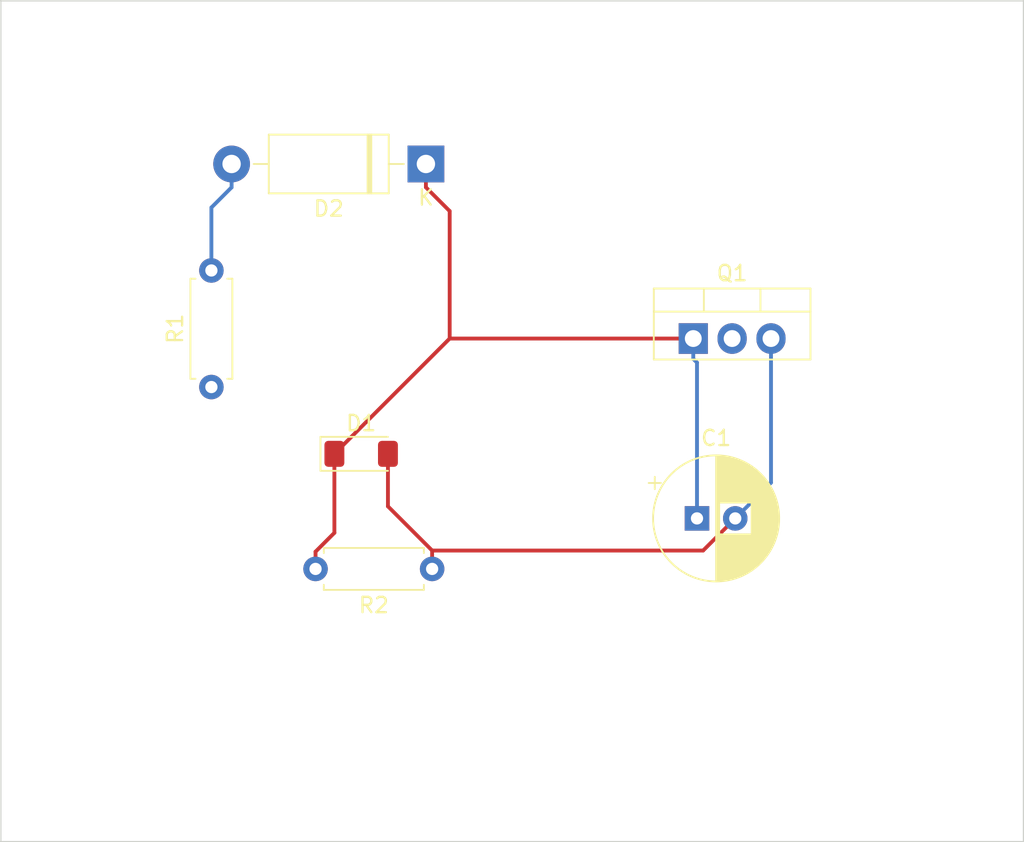
<source format=kicad_pcb>
(kicad_pcb (version 20231014) (generator "pcbnew") (generator_version "7.99")
  (layers (0 "F.Cu" signal) (31 "B.Cu" signal) (34 "B.Paste" user) (35 "F.Paste" user) (36 "B.SilkS" user "B.Silkscreen") (37 "F.SilkS" user "F.Silkscreen") (38 "B.Mask" user) (39 "F.Mask" user) (44 "Edge.Cuts" user))
  (net 0 "")
  (net 1 "-VDC")
  (net 2 "Net-(D1-K)")
  (net 3 "Net-(LA1--)")
  (net 4 "Net-(D2-A)")
  (net 5 "+VDC")
  (footprint "Resistor_THT:R_Axial_DIN0207_L6.3mm_D2.5mm_P7.62mm_Horizontal" (layer "F.Cu") (at 114.554 91.694 90)
    (property "Reference" "R1" (at 3.81 -2.37 -90) (layer "F.SilkS"))
    (property "Value" "10k")
    (fp_line (start 7.08 -1.37) (end 7.08 -1.04) (stroke (width 0.12)) (layer "F.SilkS"))
    (fp_line (start 0.54 -1.37) (end 7.08 -1.37) (stroke (width 0.12)) (layer "F.SilkS"))
    (fp_line (start 0.54 -1.04) (end 0.54 -1.37) (stroke (width 0.12)) (layer "F.SilkS"))
    (fp_line (start 0.54 1.04) (end 0.54 1.37) (stroke (width 0.12)) (layer "F.SilkS"))
    (fp_line (start 7.08 1.37) (end 7.08 1.04) (stroke (width 0.12)) (layer "F.SilkS"))
    (fp_line (start 0.54 1.37) (end 7.08 1.37) (stroke (width 0.12)) (layer "F.SilkS"))
    (pad "1" thru_hole circle (at 0 0 90) (size 1.6 1.6) (drill 0.8) (layers "*.Cu" "*.Mask") (net 5 "+VDC"))
    (pad "2" thru_hole oval (at 7.62 0 90) (size 1.6 1.6) (drill 0.8) (layers "*.Cu" "*.Mask") (net 4 "Net-(D2-A)"))
  )
  (footprint "Diode_SMD:D_MiniMELF" (layer "F.Cu") (at 124.3434 96.0594)
    (property "Reference" "D1" (at 0 -2 0) (layer "F.SilkS"))
    (property "Value" "ZMDxx")
    (fp_line (start -2.66 -1.11) (end -2.66 1.11) (stroke (width 0.12)) (layer "F.SilkS"))
    (fp_line (start -2.66 1.11) (end 1.75 1.11) (stroke (width 0.12)) (layer "F.SilkS"))
    (fp_line (start 1.75 -1.11) (end -2.66 -1.11) (stroke (width 0.12)) (layer "F.SilkS"))
    (pad "1" smd roundrect (at -1.75 0) (size 1.3 1.7) (layers "F.Cu" "F.Paste" "F.Mask") (roundrect_rratio 0.1923076923) (net 2 "Net-(D1-K)"))
    (pad "2" smd roundrect (at 1.75 0) (size 1.3 1.7) (layers "F.Cu" "F.Paste" "F.Mask") (roundrect_rratio 0.1923076923) (net 1 "-VDC"))
  )
  (footprint "Resistor_THT:R_Axial_DIN0207_L6.3mm_D2.5mm_P7.62mm_Horizontal" (layer "F.Cu") (at 128.9812 103.5812 180)
    (property "Reference" "R2" (at 3.81 -2.37 180) (layer "F.SilkS"))
    (property "Value" "100k")
    (fp_line (start 7.08 1.37) (end 7.08 1.04) (stroke (width 0.12)) (layer "F.SilkS"))
    (fp_line (start 7.08 -1.37) (end 7.08 -1.04) (stroke (width 0.12)) (layer "F.SilkS"))
    (fp_line (start 0.54 1.37) (end 7.08 1.37) (stroke (width 0.12)) (layer "F.SilkS"))
    (fp_line (start 0.54 1.04) (end 0.54 1.37) (stroke (width 0.12)) (layer "F.SilkS"))
    (fp_line (start 0.54 -1.04) (end 0.54 -1.37) (stroke (width 0.12)) (layer "F.SilkS"))
    (fp_line (start 0.54 -1.37) (end 7.08 -1.37) (stroke (width 0.12)) (layer "F.SilkS"))
    (pad "1" thru_hole circle (at 0 0 180) (size 1.6 1.6) (drill 0.8) (layers "*.Cu" "*.Mask") (net 1 "-VDC"))
    (pad "2" thru_hole oval (at 7.62 0 180) (size 1.6 1.6) (drill 0.8) (layers "*.Cu" "*.Mask") (net 2 "Net-(D1-K)"))
  )
  (footprint "Capacitor_THT:CP_Radial_D8.0mm_P2.50mm" (layer "F.Cu") (at 146.2932 100.2792)
    (property "Reference" "C1" (at 1.25 -5.25 0) (layer "F.SilkS"))
    (property "Value" "47uF")
    (fp_line (start -3.159698 -2.315) (end -2.359698 -2.315) (stroke (width 0.12)) (layer "F.SilkS"))
    (fp_line (start -2.759698 -2.715) (end -2.759698 -1.915) (stroke (width 0.12)) (layer "F.SilkS"))
    (fp_line (start 1.25 -4.08) (end 1.25 4.08) (stroke (width 0.12)) (layer "F.SilkS"))
    (fp_line (start 1.29 -4.08) (end 1.29 4.08) (stroke (width 0.12)) (layer "F.SilkS"))
    (fp_line (start 1.33 -4.08) (end 1.33 4.08) (stroke (width 0.12)) (layer "F.SilkS"))
    (fp_line (start 1.37 -4.079) (end 1.37 4.079) (stroke (width 0.12)) (layer "F.SilkS"))
    (fp_line (start 1.41 -4.077) (end 1.41 4.077) (stroke (width 0.12)) (layer "F.SilkS"))
    (fp_line (start 1.45 -4.076) (end 1.45 4.076) (stroke (width 0.12)) (layer "F.SilkS"))
    (fp_line (start 1.49 -4.074) (end 1.49 -1.04) (stroke (width 0.12)) (layer "F.SilkS"))
    (fp_line (start 1.49 1.04) (end 1.49 4.074) (stroke (width 0.12)) (layer "F.SilkS"))
    (fp_line (start 1.53 -4.071) (end 1.53 -1.04) (stroke (width 0.12)) (layer "F.SilkS"))
    (fp_line (start 1.53 1.04) (end 1.53 4.071) (stroke (width 0.12)) (layer "F.SilkS"))
    (fp_line (start 1.57 -4.068) (end 1.57 -1.04) (stroke (width 0.12)) (layer "F.SilkS"))
    (fp_line (start 1.57 1.04) (end 1.57 4.068) (stroke (width 0.12)) (layer "F.SilkS"))
    (fp_line (start 1.61 -4.065) (end 1.61 -1.04) (stroke (width 0.12)) (layer "F.SilkS"))
    (fp_line (start 1.61 1.04) (end 1.61 4.065) (stroke (width 0.12)) (layer "F.SilkS"))
    (fp_line (start 1.65 -4.061) (end 1.65 -1.04) (stroke (width 0.12)) (layer "F.SilkS"))
    (fp_line (start 1.65 1.04) (end 1.65 4.061) (stroke (width 0.12)) (layer "F.SilkS"))
    (fp_line (start 1.69 -4.057) (end 1.69 -1.04) (stroke (width 0.12)) (layer "F.SilkS"))
    (fp_line (start 1.69 1.04) (end 1.69 4.057) (stroke (width 0.12)) (layer "F.SilkS"))
    (fp_line (start 1.73 -4.052) (end 1.73 -1.04) (stroke (width 0.12)) (layer "F.SilkS"))
    (fp_line (start 1.73 1.04) (end 1.73 4.052) (stroke (width 0.12)) (layer "F.SilkS"))
    (fp_line (start 1.77 -4.048) (end 1.77 -1.04) (stroke (width 0.12)) (layer "F.SilkS"))
    (fp_line (start 1.77 1.04) (end 1.77 4.048) (stroke (width 0.12)) (layer "F.SilkS"))
    (fp_line (start 1.81 -4.042) (end 1.81 -1.04) (stroke (width 0.12)) (layer "F.SilkS"))
    (fp_line (start 1.81 1.04) (end 1.81 4.042) (stroke (width 0.12)) (layer "F.SilkS"))
    (fp_line (start 1.85 -4.037) (end 1.85 -1.04) (stroke (width 0.12)) (layer "F.SilkS"))
    (fp_line (start 1.85 1.04) (end 1.85 4.037) (stroke (width 0.12)) (layer "F.SilkS"))
    (fp_line (start 1.89 -4.03) (end 1.89 -1.04) (stroke (width 0.12)) (layer "F.SilkS"))
    (fp_line (start 1.89 1.04) (end 1.89 4.03) (stroke (width 0.12)) (layer "F.SilkS"))
    (fp_line (start 1.93 -4.024) (end 1.93 -1.04) (stroke (width 0.12)) (layer "F.SilkS"))
    (fp_line (start 1.93 1.04) (end 1.93 4.024) (stroke (width 0.12)) (layer "F.SilkS"))
    (fp_line (start 1.971 -4.017) (end 1.971 -1.04) (stroke (width 0.12)) (layer "F.SilkS"))
    (fp_line (start 1.971 1.04) (end 1.971 4.017) (stroke (width 0.12)) (layer "F.SilkS"))
    (fp_line (start 2.011 -4.01) (end 2.011 -1.04) (stroke (width 0.12)) (layer "F.SilkS"))
    (fp_line (start 2.011 1.04) (end 2.011 4.01) (stroke (width 0.12)) (layer "F.SilkS"))
    (fp_line (start 2.051 -4.002) (end 2.051 -1.04) (stroke (width 0.12)) (layer "F.SilkS"))
    (fp_line (start 2.051 1.04) (end 2.051 4.002) (stroke (width 0.12)) (layer "F.SilkS"))
    (fp_line (start 2.091 -3.994) (end 2.091 -1.04) (stroke (width 0.12)) (layer "F.SilkS"))
    (fp_line (start 2.091 1.04) (end 2.091 3.994) (stroke (width 0.12)) (layer "F.SilkS"))
    (fp_line (start 2.131 -3.985) (end 2.131 -1.04) (stroke (width 0.12)) (layer "F.SilkS"))
    (fp_line (start 2.131 1.04) (end 2.131 3.985) (stroke (width 0.12)) (layer "F.SilkS"))
    (fp_line (start 2.171 -3.976) (end 2.171 -1.04) (stroke (width 0.12)) (layer "F.SilkS"))
    (fp_line (start 2.171 1.04) (end 2.171 3.976) (stroke (width 0.12)) (layer "F.SilkS"))
    (fp_line (start 2.211 -3.967) (end 2.211 -1.04) (stroke (width 0.12)) (layer "F.SilkS"))
    (fp_line (start 2.211 1.04) (end 2.211 3.967) (stroke (width 0.12)) (layer "F.SilkS"))
    (fp_line (start 2.251 -3.957) (end 2.251 -1.04) (stroke (width 0.12)) (layer "F.SilkS"))
    (fp_line (start 2.251 1.04) (end 2.251 3.957) (stroke (width 0.12)) (layer "F.SilkS"))
    (fp_line (start 2.291 -3.947) (end 2.291 -1.04) (stroke (width 0.12)) (layer "F.SilkS"))
    (fp_line (start 2.291 1.04) (end 2.291 3.947) (stroke (width 0.12)) (layer "F.SilkS"))
    (fp_line (start 2.331 -3.936) (end 2.331 -1.04) (stroke (width 0.12)) (layer "F.SilkS"))
    (fp_line (start 2.331 1.04) (end 2.331 3.936) (stroke (width 0.12)) (layer "F.SilkS"))
    (fp_line (start 2.371 -3.925) (end 2.371 -1.04) (stroke (width 0.12)) (layer "F.SilkS"))
    (fp_line (start 2.371 1.04) (end 2.371 3.925) (stroke (width 0.12)) (layer "F.SilkS"))
    (fp_line (start 2.411 -3.914) (end 2.411 -1.04) (stroke (width 0.12)) (layer "F.SilkS"))
    (fp_line (start 2.411 1.04) (end 2.411 3.914) (stroke (width 0.12)) (layer "F.SilkS"))
    (fp_line (start 2.451 -3.902) (end 2.451 -1.04) (stroke (width 0.12)) (layer "F.SilkS"))
    (fp_line (start 2.451 1.04) (end 2.451 3.902) (stroke (width 0.12)) (layer "F.SilkS"))
    (fp_line (start 2.491 -3.889) (end 2.491 -1.04) (stroke (width 0.12)) (layer "F.SilkS"))
    (fp_line (start 2.491 1.04) (end 2.491 3.889) (stroke (width 0.12)) (layer "F.SilkS"))
    (fp_line (start 2.531 -3.877) (end 2.531 -1.04) (stroke (width 0.12)) (layer "F.SilkS"))
    (fp_line (start 2.531 1.04) (end 2.531 3.877) (stroke (width 0.12)) (layer "F.SilkS"))
    (fp_line (start 2.571 -3.863) (end 2.571 -1.04) (stroke (width 0.12)) (layer "F.SilkS"))
    (fp_line (start 2.571 1.04) (end 2.571 3.863) (stroke (width 0.12)) (layer "F.SilkS"))
    (fp_line (start 2.611 -3.85) (end 2.611 -1.04) (stroke (width 0.12)) (layer "F.SilkS"))
    (fp_line (start 2.611 1.04) (end 2.611 3.85) (stroke (width 0.12)) (layer "F.SilkS"))
    (fp_line (start 2.651 -3.835) (end 2.651 -1.04) (stroke (width 0.12)) (layer "F.SilkS"))
    (fp_line (start 2.651 1.04) (end 2.651 3.835) (stroke (width 0.12)) (layer "F.SilkS"))
    (fp_line (start 2.691 -3.821) (end 2.691 -1.04) (stroke (width 0.12)) (layer "F.SilkS"))
    (fp_line (start 2.691 1.04) (end 2.691 3.821) (stroke (width 0.12)) (layer "F.SilkS"))
    (fp_line (start 2.731 -3.805) (end 2.731 -1.04) (stroke (width 0.12)) (layer "F.SilkS"))
    (fp_line (start 2.731 1.04) (end 2.731 3.805) (stroke (width 0.12)) (layer "F.SilkS"))
    (fp_line (start 2.771 -3.79) (end 2.771 -1.04) (stroke (width 0.12)) (layer "F.SilkS"))
    (fp_line (start 2.771 1.04) (end 2.771 3.79) (stroke (width 0.12)) (layer "F.SilkS"))
    (fp_line (start 2.811 -3.774) (end 2.811 -1.04) (stroke (width 0.12)) (layer "F.SilkS"))
    (fp_line (start 2.811 1.04) (end 2.811 3.774) (stroke (width 0.12)) (layer "F.SilkS"))
    (fp_line (start 2.851 -3.757) (end 2.851 -1.04) (stroke (width 0.12)) (layer "F.SilkS"))
    (fp_line (start 2.851 1.04) (end 2.851 3.757) (stroke (width 0.12)) (layer "F.SilkS"))
    (fp_line (start 2.891 -3.74) (end 2.891 -1.04) (stroke (width 0.12)) (layer "F.SilkS"))
    (fp_line (start 2.891 1.04) (end 2.891 3.74) (stroke (width 0.12)) (layer "F.SilkS"))
    (fp_line (start 2.931 -3.722) (end 2.931 -1.04) (stroke (width 0.12)) (layer "F.SilkS"))
    (fp_line (start 2.931 1.04) (end 2.931 3.722) (stroke (width 0.12)) (layer "F.SilkS"))
    (fp_line (start 2.971 -3.704) (end 2.971 -1.04) (stroke (width 0.12)) (layer "F.SilkS"))
    (fp_line (start 2.971 1.04) (end 2.971 3.704) (stroke (width 0.12)) (layer "F.SilkS"))
    (fp_line (start 3.011 -3.686) (end 3.011 -1.04) (stroke (width 0.12)) (layer "F.SilkS"))
    (fp_line (start 3.011 1.04) (end 3.011 3.686) (stroke (width 0.12)) (layer "F.SilkS"))
    (fp_line (start 3.051 -3.666) (end 3.051 -1.04) (stroke (width 0.12)) (layer "F.SilkS"))
    (fp_line (start 3.051 1.04) (end 3.051 3.666) (stroke (width 0.12)) (layer "F.SilkS"))
    (fp_line (start 3.091 -3.647) (end 3.091 -1.04) (stroke (width 0.12)) (layer "F.SilkS"))
    (fp_line (start 3.091 1.04) (end 3.091 3.647) (stroke (width 0.12)) (layer "F.SilkS"))
    (fp_line (start 3.131 -3.627) (end 3.131 -1.04) (stroke (width 0.12)) (layer "F.SilkS"))
    (fp_line (start 3.131 1.04) (end 3.131 3.627) (stroke (width 0.12)) (layer "F.SilkS"))
    (fp_line (start 3.171 -3.606) (end 3.171 -1.04) (stroke (width 0.12)) (layer "F.SilkS"))
    (fp_line (start 3.171 1.04) (end 3.171 3.606) (stroke (width 0.12)) (layer "F.SilkS"))
    (fp_line (start 3.211 -3.584) (end 3.211 -1.04) (stroke (width 0.12)) (layer "F.SilkS"))
    (fp_line (start 3.211 1.04) (end 3.211 3.584) (stroke (width 0.12)) (layer "F.SilkS"))
    (fp_line (start 3.251 -3.562) (end 3.251 -1.04) (stroke (width 0.12)) (layer "F.SilkS"))
    (fp_line (start 3.251 1.04) (end 3.251 3.562) (stroke (width 0.12)) (layer "F.SilkS"))
    (fp_line (start 3.291 -3.54) (end 3.291 -1.04) (stroke (width 0.12)) (layer "F.SilkS"))
    (fp_line (start 3.291 1.04) (end 3.291 3.54) (stroke (width 0.12)) (layer "F.SilkS"))
    (fp_line (start 3.331 -3.517) (end 3.331 -1.04) (stroke (width 0.12)) (layer "F.SilkS"))
    (fp_line (start 3.331 1.04) (end 3.331 3.517) (stroke (width 0.12)) (layer "F.SilkS"))
    (fp_line (start 3.371 -3.493) (end 3.371 -1.04) (stroke (width 0.12)) (layer "F.SilkS"))
    (fp_line (start 3.371 1.04) (end 3.371 3.493) (stroke (width 0.12)) (layer "F.SilkS"))
    (fp_line (start 3.411 -3.469) (end 3.411 -1.04) (stroke (width 0.12)) (layer "F.SilkS"))
    (fp_line (start 3.411 1.04) (end 3.411 3.469) (stroke (width 0.12)) (layer "F.SilkS"))
    (fp_line (start 3.451 -3.444) (end 3.451 -1.04) (stroke (width 0.12)) (layer "F.SilkS"))
    (fp_line (start 3.451 1.04) (end 3.451 3.444) (stroke (width 0.12)) (layer "F.SilkS"))
    (fp_line (start 3.491 -3.418) (end 3.491 -1.04) (stroke (width 0.12)) (layer "F.SilkS"))
    (fp_line (start 3.491 1.04) (end 3.491 3.418) (stroke (width 0.12)) (layer "F.SilkS"))
    (fp_line (start 3.531 -3.392) (end 3.531 -1.04) (stroke (width 0.12)) (layer "F.SilkS"))
    (fp_line (start 3.531 1.04) (end 3.531 3.392) (stroke (width 0.12)) (layer "F.SilkS"))
    (fp_line (start 3.571 -3.365) (end 3.571 3.365) (stroke (width 0.12)) (layer "F.SilkS"))
    (fp_line (start 3.611 -3.338) (end 3.611 3.338) (stroke (width 0.12)) (layer "F.SilkS"))
    (fp_line (start 3.651 -3.309) (end 3.651 3.309) (stroke (width 0.12)) (layer "F.SilkS"))
    (fp_line (start 3.691 -3.28) (end 3.691 3.28) (stroke (width 0.12)) (layer "F.SilkS"))
    (fp_line (start 3.731 -3.25) (end 3.731 3.25) (stroke (width 0.12)) (layer "F.SilkS"))
    (fp_line (start 3.771 -3.22) (end 3.771 3.22) (stroke (width 0.12)) (layer "F.SilkS"))
    (fp_line (start 3.811 -3.189) (end 3.811 3.189) (stroke (width 0.12)) (layer "F.SilkS"))
    (fp_line (start 3.851 -3.156) (end 3.851 3.156) (stroke (width 0.12)) (layer "F.SilkS"))
    (fp_line (start 3.891 -3.124) (end 3.891 3.124) (stroke (width 0.12)) (layer "F.SilkS"))
    (fp_line (start 3.931 -3.09) (end 3.931 3.09) (stroke (width 0.12)) (layer "F.SilkS"))
    (fp_line (start 3.971 -3.055) (end 3.971 3.055) (stroke (width 0.12)) (layer "F.SilkS"))
    (fp_line (start 4.011 -3.019) (end 4.011 3.019) (stroke (width 0.12)) (layer "F.SilkS"))
    (fp_line (start 4.051 -2.983) (end 4.051 2.983) (stroke (width 0.12)) (layer "F.SilkS"))
    (fp_line (start 4.091 -2.945) (end 4.091 2.945) (stroke (width 0.12)) (layer "F.SilkS"))
    (fp_line (start 4.131 -2.907) (end 4.131 2.907) (stroke (width 0.12)) (layer "F.SilkS"))
    (fp_line (start 4.171 -2.867) (end 4.171 2.867) (stroke (width 0.12)) (layer "F.SilkS"))
    (fp_line (start 4.211 -2.826) (end 4.211 2.826) (stroke (width 0.12)) (layer "F.SilkS"))
    (fp_line (start 4.251 -2.784) (end 4.251 2.784) (stroke (width 0.12)) (layer "F.SilkS"))
    (fp_line (start 4.291 -2.741) (end 4.291 2.741) (stroke (width 0.12)) (layer "F.SilkS"))
    (fp_line (start 4.331 -2.697) (end 4.331 2.697) (stroke (width 0.12)) (layer "F.SilkS"))
    (fp_line (start 4.371 -2.651) (end 4.371 2.651) (stroke (width 0.12)) (layer "F.SilkS"))
    (fp_line (start 4.411 -2.604) (end 4.411 2.604) (stroke (width 0.12)) (layer "F.SilkS"))
    (fp_line (start 4.451 -2.556) (end 4.451 2.556) (stroke (width 0.12)) (layer "F.SilkS"))
    (fp_line (start 4.491 -2.505) (end 4.491 2.505) (stroke (width 0.12)) (layer "F.SilkS"))
    (fp_line (start 4.531 -2.454) (end 4.531 2.454) (stroke (width 0.12)) (layer "F.SilkS"))
    (fp_line (start 4.571 -2.4) (end 4.571 2.4) (stroke (width 0.12)) (layer "F.SilkS"))
    (fp_line (start 4.611 -2.345) (end 4.611 2.345) (stroke (width 0.12)) (layer "F.SilkS"))
    (fp_line (start 4.651 -2.287) (end 4.651 2.287) (stroke (width 0.12)) (layer "F.SilkS"))
    (fp_line (start 4.691 -2.228) (end 4.691 2.228) (stroke (width 0.12)) (layer "F.SilkS"))
    (fp_line (start 4.731 -2.166) (end 4.731 2.166) (stroke (width 0.12)) (layer "F.SilkS"))
    (fp_line (start 4.771 -2.102) (end 4.771 2.102) (stroke (width 0.12)) (layer "F.SilkS"))
    (fp_line (start 4.811 -2.034) (end 4.811 2.034) (stroke (width 0.12)) (layer "F.SilkS"))
    (fp_line (start 4.851 -1.964) (end 4.851 1.964) (stroke (width 0.12)) (layer "F.SilkS"))
    (fp_line (start 4.891 -1.89) (end 4.891 1.89) (stroke (width 0.12)) (layer "F.SilkS"))
    (fp_line (start 4.931 -1.813) (end 4.931 1.813) (stroke (width 0.12)) (layer "F.SilkS"))
    (fp_line (start 4.971 -1.731) (end 4.971 1.731) (stroke (width 0.12)) (layer "F.SilkS"))
    (fp_line (start 5.011 -1.645) (end 5.011 1.645) (stroke (width 0.12)) (layer "F.SilkS"))
    (fp_line (start 5.051 -1.552) (end 5.051 1.552) (stroke (width 0.12)) (layer "F.SilkS"))
    (fp_line (start 5.091 -1.453) (end 5.091 1.453) (stroke (width 0.12)) (layer "F.SilkS"))
    (fp_line (start 5.131 -1.346) (end 5.131 1.346) (stroke (width 0.12)) (layer "F.SilkS"))
    (fp_line (start 5.171 -1.229) (end 5.171 1.229) (stroke (width 0.12)) (layer "F.SilkS"))
    (fp_line (start 5.211 -1.098) (end 5.211 1.098) (stroke (width 0.12)) (layer "F.SilkS"))
    (fp_line (start 5.251 -0.948) (end 5.251 0.948) (stroke (width 0.12)) (layer "F.SilkS"))
    (fp_line (start 5.291 -0.768) (end 5.291 0.768) (stroke (width 0.12)) (layer "F.SilkS"))
    (fp_line (start 5.331 -0.533) (end 5.331 0.533) (stroke (width 0.12)) (layer "F.SilkS"))
    (fp_circle (center 1.25 0) (end 5.37 0) (stroke (width 0.12)) (fill none) (layer "F.SilkS"))
    (pad "1" thru_hole rect (at 0 0) (size 1.6 1.6) (drill 0.8) (layers "*.Cu" "*.Mask") (net 2 "Net-(D1-K)"))
    (pad "2" thru_hole circle (at 2.5 0) (size 1.6 1.6) (drill 0.8) (layers "*.Cu" "*.Mask") (net 1 "-VDC"))
  )
  (footprint "Diode_THT:D_DO-15_P12.70mm_Horizontal" (layer "F.Cu") (at 128.5748 77.1144 180)
    (property "Reference" "D2" (at 6.35 -2.92 180) (layer "F.SilkS"))
    (property "Value" "D")
    (fp_line (start 11.26 0) (end 10.27 0) (stroke (width 0.12)) (layer "F.SilkS"))
    (fp_line (start 10.27 1.92) (end 10.27 -1.92) (stroke (width 0.12)) (layer "F.SilkS"))
    (fp_line (start 10.27 -1.92) (end 2.43 -1.92) (stroke (width 0.12)) (layer "F.SilkS"))
    (fp_line (start 3.81 -1.92) (end 3.81 1.92) (stroke (width 0.12)) (layer "F.SilkS"))
    (fp_line (start 3.69 -1.92) (end 3.69 1.92) (stroke (width 0.12)) (layer "F.SilkS"))
    (fp_line (start 3.57 -1.92) (end 3.57 1.92) (stroke (width 0.12)) (layer "F.SilkS"))
    (fp_line (start 2.43 1.92) (end 10.27 1.92) (stroke (width 0.12)) (layer "F.SilkS"))
    (fp_line (start 2.43 -1.92) (end 2.43 1.92) (stroke (width 0.12)) (layer "F.SilkS"))
    (fp_line (start 1.44 0) (end 2.43 0) (stroke (width 0.12)) (layer "F.SilkS"))
    (fp_text user "K" (at 0 -2.2 180) (layer "F.SilkS"))
    (pad "1" thru_hole rect (at 0 0 180) (size 2.4 2.4) (drill 1.2) (layers "*.Cu" "*.Mask") (net 2 "Net-(D1-K)"))
    (pad "2" thru_hole oval (at 12.7 0 180) (size 2.4 2.4) (drill 1.2) (layers "*.Cu" "*.Mask") (net 4 "Net-(D2-A)"))
  )
  (footprint "Package_TO_SOT_THT:TO-220-3_Vertical" (layer "F.Cu") (at 146.05 88.5242)
    (property "Reference" "Q1" (at 2.54 -4.27 0) (layer "F.SilkS"))
    (property "Value" "IRF740")
    (fp_line (start -2.58 -3.27) (end -2.58 1.371) (stroke (width 0.12)) (layer "F.SilkS"))
    (fp_line (start -2.58 -3.27) (end 7.66 -3.27) (stroke (width 0.12)) (layer "F.SilkS"))
    (fp_line (start -2.58 -1.76) (end 7.66 -1.76) (stroke (width 0.12)) (layer "F.SilkS"))
    (fp_line (start -2.58 1.371) (end 7.66 1.371) (stroke (width 0.12)) (layer "F.SilkS"))
    (fp_line (start 0.69 -3.27) (end 0.69 -1.76) (stroke (width 0.12)) (layer "F.SilkS"))
    (fp_line (start 4.391 -3.27) (end 4.391 -1.76) (stroke (width 0.12)) (layer "F.SilkS"))
    (fp_line (start 7.66 -3.27) (end 7.66 1.371) (stroke (width 0.12)) (layer "F.SilkS"))
    (pad "1" thru_hole rect (at 0 0) (size 1.905 2) (drill 1.1) (layers "*.Cu" "*.Mask") (net 2 "Net-(D1-K)"))
    (pad "2" thru_hole oval (at 2.54 0) (size 1.905 2) (drill 1.1) (layers "*.Cu" "*.Mask") (net 3 "Net-(LA1--)"))
    (pad "3" thru_hole oval (at 5.08 0) (size 1.905 2) (drill 1.1) (layers "*.Cu" "*.Mask") (net 1 "-VDC"))
  )
  (gr_rect (start 100.7872 66.4464) (end 167.64 121.412) (stroke (width 0.1)) (fill none) (layer "Edge.Cuts"))
  (segment (start 128.9812 102.3802) (end 146.6922 102.3802) (width 0.25) (layer "F.Cu") (net 1))
  (segment (start 146.6922 102.3802) (end 148.7932 100.2792) (width 0.25) (layer "F.Cu") (net 1))
  (segment (start 126.0934 99.4924) (end 128.9812 102.3802) (width 0.25) (layer "F.Cu") (net 1))
  (segment (start 128.9812 102.3802) (end 128.9812 103.5812) (width 0.25) (layer "F.Cu") (net 1))
  (segment (start 126.0934 96.0594) (end 126.0934 99.4924) (width 0.25) (layer "F.Cu") (net 1))
  (segment (start 151.13 97.9424) (end 148.7932 100.2792) (width 0.25) (layer "B.Cu") (net 1))
  (segment (start 151.13 88.5242) (end 151.13 97.9424) (width 0.25) (layer "B.Cu") (net 1))
  (segment (start 121.3612 102.4545) (end 122.5934 101.2223) (width 0.25) (layer "F.Cu") (net 2))
  (segment (start 130.1286 80.1949) (end 128.5748 78.6411) (width 0.25) (layer "F.Cu") (net 2))
  (segment (start 130.1286 88.5242) (end 130.1286 80.1949) (width 0.25) (layer "F.Cu") (net 2))
  (segment (start 121.3612 103.5812) (end 121.3612 102.4545) (width 0.25) (layer "F.Cu") (net 2))
  (segment (start 146.05 88.5242) (end 130.1286 88.5242) (width 0.25) (layer "F.Cu") (net 2))
  (segment (start 122.5934 101.2223) (end 122.5934 96.0594) (width 0.25) (layer "F.Cu") (net 2))
  (segment (start 130.1286 88.5242) (end 122.5934 96.0594) (width 0.25) (layer "F.Cu") (net 2))
  (segment (start 128.5748 77.1144) (end 128.5748 78.6411) (width 0.25) (layer "F.Cu") (net 2))
  (segment (start 146.05 88.5242) (end 146.05 89.8509) (width 0.25) (layer "B.Cu") (net 2))
  (segment (start 146.05 89.8509) (end 146.2932 90.0941) (width 0.25) (layer "B.Cu") (net 2))
  (segment (start 146.2932 90.0941) (end 146.2932 100.2792) (width 0.25) (layer "B.Cu") (net 2))
  (segment (start 115.8748 77.1144) (end 115.8748 78.6411) (width 0.25) (layer "B.Cu") (net 4))
  (segment (start 115.8748 78.6411) (end 114.554 79.9619) (width 0.25) (layer "B.Cu") (net 4))
  (segment (start 114.554 79.9619) (end 114.554 84.074) (width 0.25) (layer "B.Cu") (net 4))
)
</source>
